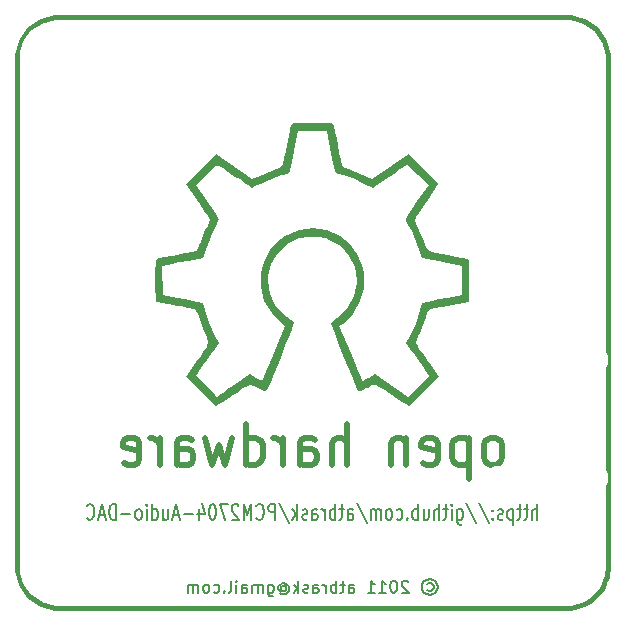
<source format=gbo>
G04 (created by PCBNEW-RS274X (2011-01-25 BZR 2758)-stable) date 2011-04-14T22:21:49 CEST*
G01*
G70*
G90*
%MOIN*%
G04 Gerber Fmt 3.4, Leading zero omitted, Abs format*
%FSLAX34Y34*%
G04 APERTURE LIST*
%ADD10C,0.006000*%
%ADD11C,0.007100*%
%ADD12C,0.005900*%
%ADD13C,0.019700*%
%ADD14C,0.015000*%
%ADD15C,0.000100*%
%ADD16R,0.080000X0.080000*%
%ADD17C,0.080000*%
%ADD18C,0.126300*%
%ADD19C,0.083000*%
%ADD20O,0.083000X0.138100*%
%ADD21O,0.138100X0.083000*%
%ADD22C,0.256200*%
G04 APERTURE END LIST*
G54D10*
G54D11*
X20190Y-19399D02*
X20190Y-18887D01*
X20021Y-19399D02*
X20021Y-19131D01*
X20040Y-19082D01*
X20078Y-19058D01*
X20134Y-19058D01*
X20171Y-19082D01*
X20190Y-19107D01*
X19890Y-19058D02*
X19740Y-19058D01*
X19834Y-18887D02*
X19834Y-19326D01*
X19815Y-19375D01*
X19778Y-19399D01*
X19740Y-19399D01*
X19665Y-19058D02*
X19515Y-19058D01*
X19609Y-18887D02*
X19609Y-19326D01*
X19590Y-19375D01*
X19553Y-19399D01*
X19515Y-19399D01*
X19384Y-19058D02*
X19384Y-19570D01*
X19384Y-19082D02*
X19347Y-19058D01*
X19272Y-19058D01*
X19234Y-19082D01*
X19215Y-19107D01*
X19197Y-19155D01*
X19197Y-19302D01*
X19215Y-19350D01*
X19234Y-19375D01*
X19272Y-19399D01*
X19347Y-19399D01*
X19384Y-19375D01*
X19047Y-19375D02*
X19009Y-19399D01*
X18934Y-19399D01*
X18897Y-19375D01*
X18878Y-19326D01*
X18878Y-19302D01*
X18897Y-19253D01*
X18934Y-19229D01*
X18991Y-19229D01*
X19028Y-19204D01*
X19047Y-19155D01*
X19047Y-19131D01*
X19028Y-19082D01*
X18991Y-19058D01*
X18934Y-19058D01*
X18897Y-19082D01*
X18709Y-19350D02*
X18690Y-19375D01*
X18709Y-19399D01*
X18728Y-19375D01*
X18709Y-19350D01*
X18709Y-19399D01*
X18709Y-19082D02*
X18690Y-19107D01*
X18709Y-19131D01*
X18728Y-19107D01*
X18709Y-19082D01*
X18709Y-19131D01*
X18240Y-18863D02*
X18577Y-19521D01*
X17827Y-18863D02*
X18164Y-19521D01*
X17526Y-19058D02*
X17526Y-19472D01*
X17545Y-19521D01*
X17564Y-19546D01*
X17601Y-19570D01*
X17658Y-19570D01*
X17695Y-19546D01*
X17526Y-19375D02*
X17564Y-19399D01*
X17639Y-19399D01*
X17676Y-19375D01*
X17695Y-19350D01*
X17714Y-19302D01*
X17714Y-19155D01*
X17695Y-19107D01*
X17676Y-19082D01*
X17639Y-19058D01*
X17564Y-19058D01*
X17526Y-19082D01*
X17339Y-19399D02*
X17339Y-19058D01*
X17339Y-18887D02*
X17358Y-18912D01*
X17339Y-18936D01*
X17320Y-18912D01*
X17339Y-18887D01*
X17339Y-18936D01*
X17207Y-19058D02*
X17057Y-19058D01*
X17151Y-18887D02*
X17151Y-19326D01*
X17132Y-19375D01*
X17095Y-19399D01*
X17057Y-19399D01*
X16926Y-19399D02*
X16926Y-18887D01*
X16757Y-19399D02*
X16757Y-19131D01*
X16776Y-19082D01*
X16814Y-19058D01*
X16870Y-19058D01*
X16907Y-19082D01*
X16926Y-19107D01*
X16401Y-19058D02*
X16401Y-19399D01*
X16570Y-19058D02*
X16570Y-19326D01*
X16551Y-19375D01*
X16514Y-19399D01*
X16458Y-19399D01*
X16420Y-19375D01*
X16401Y-19350D01*
X16214Y-19399D02*
X16214Y-18887D01*
X16214Y-19082D02*
X16177Y-19058D01*
X16102Y-19058D01*
X16064Y-19082D01*
X16045Y-19107D01*
X16027Y-19155D01*
X16027Y-19302D01*
X16045Y-19350D01*
X16064Y-19375D01*
X16102Y-19399D01*
X16177Y-19399D01*
X16214Y-19375D01*
X15858Y-19350D02*
X15839Y-19375D01*
X15858Y-19399D01*
X15877Y-19375D01*
X15858Y-19350D01*
X15858Y-19399D01*
X15501Y-19375D02*
X15539Y-19399D01*
X15614Y-19399D01*
X15651Y-19375D01*
X15670Y-19350D01*
X15689Y-19302D01*
X15689Y-19155D01*
X15670Y-19107D01*
X15651Y-19082D01*
X15614Y-19058D01*
X15539Y-19058D01*
X15501Y-19082D01*
X15276Y-19399D02*
X15313Y-19375D01*
X15332Y-19350D01*
X15351Y-19302D01*
X15351Y-19155D01*
X15332Y-19107D01*
X15313Y-19082D01*
X15276Y-19058D01*
X15220Y-19058D01*
X15182Y-19082D01*
X15163Y-19107D01*
X15145Y-19155D01*
X15145Y-19302D01*
X15163Y-19350D01*
X15182Y-19375D01*
X15220Y-19399D01*
X15276Y-19399D01*
X14976Y-19399D02*
X14976Y-19058D01*
X14976Y-19107D02*
X14957Y-19082D01*
X14920Y-19058D01*
X14864Y-19058D01*
X14826Y-19082D01*
X14807Y-19131D01*
X14807Y-19399D01*
X14807Y-19131D02*
X14789Y-19082D01*
X14751Y-19058D01*
X14695Y-19058D01*
X14657Y-19082D01*
X14638Y-19131D01*
X14638Y-19399D01*
X14170Y-18863D02*
X14507Y-19521D01*
X13869Y-19399D02*
X13869Y-19131D01*
X13888Y-19082D01*
X13926Y-19058D01*
X14001Y-19058D01*
X14038Y-19082D01*
X13869Y-19375D02*
X13907Y-19399D01*
X14001Y-19399D01*
X14038Y-19375D01*
X14057Y-19326D01*
X14057Y-19277D01*
X14038Y-19229D01*
X14001Y-19204D01*
X13907Y-19204D01*
X13869Y-19180D01*
X13738Y-19058D02*
X13588Y-19058D01*
X13682Y-18887D02*
X13682Y-19326D01*
X13663Y-19375D01*
X13626Y-19399D01*
X13588Y-19399D01*
X13457Y-19399D02*
X13457Y-18887D01*
X13457Y-19082D02*
X13420Y-19058D01*
X13345Y-19058D01*
X13307Y-19082D01*
X13288Y-19107D01*
X13270Y-19155D01*
X13270Y-19302D01*
X13288Y-19350D01*
X13307Y-19375D01*
X13345Y-19399D01*
X13420Y-19399D01*
X13457Y-19375D01*
X13101Y-19399D02*
X13101Y-19058D01*
X13101Y-19155D02*
X13082Y-19107D01*
X13064Y-19082D01*
X13026Y-19058D01*
X12989Y-19058D01*
X12688Y-19399D02*
X12688Y-19131D01*
X12707Y-19082D01*
X12745Y-19058D01*
X12820Y-19058D01*
X12857Y-19082D01*
X12688Y-19375D02*
X12726Y-19399D01*
X12820Y-19399D01*
X12857Y-19375D01*
X12876Y-19326D01*
X12876Y-19277D01*
X12857Y-19229D01*
X12820Y-19204D01*
X12726Y-19204D01*
X12688Y-19180D01*
X12520Y-19375D02*
X12482Y-19399D01*
X12407Y-19399D01*
X12370Y-19375D01*
X12351Y-19326D01*
X12351Y-19302D01*
X12370Y-19253D01*
X12407Y-19229D01*
X12464Y-19229D01*
X12501Y-19204D01*
X12520Y-19155D01*
X12520Y-19131D01*
X12501Y-19082D01*
X12464Y-19058D01*
X12407Y-19058D01*
X12370Y-19082D01*
X12182Y-19399D02*
X12182Y-18887D01*
X12145Y-19204D02*
X12032Y-19399D01*
X12032Y-19058D02*
X12182Y-19253D01*
X11582Y-18863D02*
X11919Y-19521D01*
X11450Y-19399D02*
X11450Y-18887D01*
X11300Y-18887D01*
X11263Y-18912D01*
X11244Y-18936D01*
X11225Y-18985D01*
X11225Y-19058D01*
X11244Y-19107D01*
X11263Y-19131D01*
X11300Y-19155D01*
X11450Y-19155D01*
X10831Y-19350D02*
X10850Y-19375D01*
X10906Y-19399D01*
X10944Y-19399D01*
X11000Y-19375D01*
X11037Y-19326D01*
X11056Y-19277D01*
X11075Y-19180D01*
X11075Y-19107D01*
X11056Y-19009D01*
X11037Y-18960D01*
X11000Y-18912D01*
X10944Y-18887D01*
X10906Y-18887D01*
X10850Y-18912D01*
X10831Y-18936D01*
X10662Y-19399D02*
X10662Y-18887D01*
X10531Y-19253D01*
X10400Y-18887D01*
X10400Y-19399D01*
X10231Y-18936D02*
X10212Y-18912D01*
X10175Y-18887D01*
X10081Y-18887D01*
X10043Y-18912D01*
X10025Y-18936D01*
X10006Y-18985D01*
X10006Y-19034D01*
X10025Y-19107D01*
X10250Y-19399D01*
X10006Y-19399D01*
X09875Y-18887D02*
X09612Y-18887D01*
X09781Y-19399D01*
X09387Y-18887D02*
X09350Y-18887D01*
X09312Y-18912D01*
X09293Y-18936D01*
X09275Y-18985D01*
X09256Y-19082D01*
X09256Y-19204D01*
X09275Y-19302D01*
X09293Y-19350D01*
X09312Y-19375D01*
X09350Y-19399D01*
X09387Y-19399D01*
X09425Y-19375D01*
X09443Y-19350D01*
X09462Y-19302D01*
X09481Y-19204D01*
X09481Y-19082D01*
X09462Y-18985D01*
X09443Y-18936D01*
X09425Y-18912D01*
X09387Y-18887D01*
X08918Y-19058D02*
X08918Y-19399D01*
X09012Y-18863D02*
X09106Y-19229D01*
X08862Y-19229D01*
X08712Y-19204D02*
X08412Y-19204D01*
X08243Y-19253D02*
X08055Y-19253D01*
X08280Y-19399D02*
X08149Y-18887D01*
X08018Y-19399D01*
X07717Y-19058D02*
X07717Y-19399D01*
X07886Y-19058D02*
X07886Y-19326D01*
X07867Y-19375D01*
X07830Y-19399D01*
X07774Y-19399D01*
X07736Y-19375D01*
X07717Y-19350D01*
X07361Y-19399D02*
X07361Y-18887D01*
X07361Y-19375D02*
X07399Y-19399D01*
X07474Y-19399D01*
X07511Y-19375D01*
X07530Y-19350D01*
X07549Y-19302D01*
X07549Y-19155D01*
X07530Y-19107D01*
X07511Y-19082D01*
X07474Y-19058D01*
X07399Y-19058D01*
X07361Y-19082D01*
X07174Y-19399D02*
X07174Y-19058D01*
X07174Y-18887D02*
X07193Y-18912D01*
X07174Y-18936D01*
X07155Y-18912D01*
X07174Y-18887D01*
X07174Y-18936D01*
X06930Y-19399D02*
X06967Y-19375D01*
X06986Y-19350D01*
X07005Y-19302D01*
X07005Y-19155D01*
X06986Y-19107D01*
X06967Y-19082D01*
X06930Y-19058D01*
X06874Y-19058D01*
X06836Y-19082D01*
X06817Y-19107D01*
X06799Y-19155D01*
X06799Y-19302D01*
X06817Y-19350D01*
X06836Y-19375D01*
X06874Y-19399D01*
X06930Y-19399D01*
X06630Y-19204D02*
X06330Y-19204D01*
X06142Y-19399D02*
X06142Y-18887D01*
X06048Y-18887D01*
X05992Y-18912D01*
X05955Y-18960D01*
X05936Y-19009D01*
X05917Y-19107D01*
X05917Y-19180D01*
X05936Y-19277D01*
X05955Y-19326D01*
X05992Y-19375D01*
X06048Y-19399D01*
X06142Y-19399D01*
X05767Y-19253D02*
X05579Y-19253D01*
X05804Y-19399D02*
X05673Y-18887D01*
X05542Y-19399D01*
X05185Y-19350D02*
X05204Y-19375D01*
X05260Y-19399D01*
X05298Y-19399D01*
X05354Y-19375D01*
X05391Y-19326D01*
X05410Y-19277D01*
X05429Y-19180D01*
X05429Y-19107D01*
X05410Y-19009D01*
X05391Y-18960D01*
X05354Y-18912D01*
X05298Y-18887D01*
X05260Y-18887D01*
X05204Y-18912D01*
X05185Y-18936D01*
G54D12*
X16531Y-21532D02*
X16569Y-21514D01*
X16644Y-21514D01*
X16681Y-21532D01*
X16719Y-21570D01*
X16738Y-21607D01*
X16738Y-21682D01*
X16719Y-21720D01*
X16681Y-21757D01*
X16644Y-21776D01*
X16569Y-21776D01*
X16531Y-21757D01*
X16606Y-21382D02*
X16700Y-21401D01*
X16794Y-21457D01*
X16850Y-21551D01*
X16869Y-21645D01*
X16850Y-21739D01*
X16794Y-21832D01*
X16700Y-21889D01*
X16606Y-21908D01*
X16512Y-21889D01*
X16419Y-21832D01*
X16362Y-21739D01*
X16344Y-21645D01*
X16362Y-21551D01*
X16419Y-21457D01*
X16512Y-21401D01*
X16606Y-21382D01*
X15894Y-21476D02*
X15875Y-21457D01*
X15838Y-21438D01*
X15744Y-21438D01*
X15706Y-21457D01*
X15688Y-21476D01*
X15669Y-21514D01*
X15669Y-21551D01*
X15688Y-21607D01*
X15913Y-21832D01*
X15669Y-21832D01*
X15425Y-21438D02*
X15388Y-21438D01*
X15350Y-21457D01*
X15331Y-21476D01*
X15313Y-21514D01*
X15294Y-21589D01*
X15294Y-21682D01*
X15313Y-21757D01*
X15331Y-21795D01*
X15350Y-21814D01*
X15388Y-21832D01*
X15425Y-21832D01*
X15463Y-21814D01*
X15481Y-21795D01*
X15500Y-21757D01*
X15519Y-21682D01*
X15519Y-21589D01*
X15500Y-21514D01*
X15481Y-21476D01*
X15463Y-21457D01*
X15425Y-21438D01*
X14919Y-21832D02*
X15144Y-21832D01*
X15031Y-21832D02*
X15031Y-21438D01*
X15069Y-21495D01*
X15106Y-21532D01*
X15144Y-21551D01*
X14544Y-21832D02*
X14769Y-21832D01*
X14656Y-21832D02*
X14656Y-21438D01*
X14694Y-21495D01*
X14731Y-21532D01*
X14769Y-21551D01*
X13906Y-21832D02*
X13906Y-21626D01*
X13925Y-21589D01*
X13963Y-21570D01*
X14038Y-21570D01*
X14075Y-21589D01*
X13906Y-21814D02*
X13944Y-21832D01*
X14038Y-21832D01*
X14075Y-21814D01*
X14094Y-21776D01*
X14094Y-21739D01*
X14075Y-21701D01*
X14038Y-21682D01*
X13944Y-21682D01*
X13906Y-21664D01*
X13775Y-21570D02*
X13625Y-21570D01*
X13719Y-21438D02*
X13719Y-21776D01*
X13700Y-21814D01*
X13663Y-21832D01*
X13625Y-21832D01*
X13494Y-21832D02*
X13494Y-21438D01*
X13494Y-21589D02*
X13457Y-21570D01*
X13382Y-21570D01*
X13344Y-21589D01*
X13325Y-21607D01*
X13307Y-21645D01*
X13307Y-21757D01*
X13325Y-21795D01*
X13344Y-21814D01*
X13382Y-21832D01*
X13457Y-21832D01*
X13494Y-21814D01*
X13138Y-21832D02*
X13138Y-21570D01*
X13138Y-21645D02*
X13119Y-21607D01*
X13101Y-21589D01*
X13063Y-21570D01*
X13026Y-21570D01*
X12725Y-21832D02*
X12725Y-21626D01*
X12744Y-21589D01*
X12782Y-21570D01*
X12857Y-21570D01*
X12894Y-21589D01*
X12725Y-21814D02*
X12763Y-21832D01*
X12857Y-21832D01*
X12894Y-21814D01*
X12913Y-21776D01*
X12913Y-21739D01*
X12894Y-21701D01*
X12857Y-21682D01*
X12763Y-21682D01*
X12725Y-21664D01*
X12557Y-21814D02*
X12519Y-21832D01*
X12444Y-21832D01*
X12407Y-21814D01*
X12388Y-21776D01*
X12388Y-21757D01*
X12407Y-21720D01*
X12444Y-21701D01*
X12501Y-21701D01*
X12538Y-21682D01*
X12557Y-21645D01*
X12557Y-21626D01*
X12538Y-21589D01*
X12501Y-21570D01*
X12444Y-21570D01*
X12407Y-21589D01*
X12219Y-21832D02*
X12219Y-21438D01*
X12182Y-21682D02*
X12069Y-21832D01*
X12069Y-21570D02*
X12219Y-21720D01*
X11656Y-21645D02*
X11675Y-21626D01*
X11713Y-21607D01*
X11750Y-21607D01*
X11788Y-21626D01*
X11806Y-21645D01*
X11825Y-21682D01*
X11825Y-21720D01*
X11806Y-21757D01*
X11788Y-21776D01*
X11750Y-21795D01*
X11713Y-21795D01*
X11675Y-21776D01*
X11656Y-21757D01*
X11656Y-21607D02*
X11656Y-21757D01*
X11638Y-21776D01*
X11619Y-21776D01*
X11581Y-21757D01*
X11562Y-21720D01*
X11562Y-21626D01*
X11600Y-21570D01*
X11656Y-21532D01*
X11731Y-21514D01*
X11806Y-21532D01*
X11863Y-21570D01*
X11900Y-21626D01*
X11919Y-21701D01*
X11900Y-21776D01*
X11863Y-21832D01*
X11806Y-21870D01*
X11731Y-21889D01*
X11656Y-21870D01*
X11600Y-21832D01*
X11224Y-21570D02*
X11224Y-21889D01*
X11243Y-21926D01*
X11262Y-21945D01*
X11299Y-21964D01*
X11356Y-21964D01*
X11393Y-21945D01*
X11224Y-21814D02*
X11262Y-21832D01*
X11337Y-21832D01*
X11374Y-21814D01*
X11393Y-21795D01*
X11412Y-21757D01*
X11412Y-21645D01*
X11393Y-21607D01*
X11374Y-21589D01*
X11337Y-21570D01*
X11262Y-21570D01*
X11224Y-21589D01*
X11037Y-21832D02*
X11037Y-21570D01*
X11037Y-21607D02*
X11018Y-21589D01*
X10981Y-21570D01*
X10925Y-21570D01*
X10887Y-21589D01*
X10868Y-21626D01*
X10868Y-21832D01*
X10868Y-21626D02*
X10850Y-21589D01*
X10812Y-21570D01*
X10756Y-21570D01*
X10718Y-21589D01*
X10699Y-21626D01*
X10699Y-21832D01*
X10343Y-21832D02*
X10343Y-21626D01*
X10362Y-21589D01*
X10400Y-21570D01*
X10475Y-21570D01*
X10512Y-21589D01*
X10343Y-21814D02*
X10381Y-21832D01*
X10475Y-21832D01*
X10512Y-21814D01*
X10531Y-21776D01*
X10531Y-21739D01*
X10512Y-21701D01*
X10475Y-21682D01*
X10381Y-21682D01*
X10343Y-21664D01*
X10156Y-21832D02*
X10156Y-21570D01*
X10156Y-21438D02*
X10175Y-21457D01*
X10156Y-21476D01*
X10137Y-21457D01*
X10156Y-21438D01*
X10156Y-21476D01*
X09912Y-21832D02*
X09949Y-21814D01*
X09968Y-21776D01*
X09968Y-21438D01*
X09762Y-21795D02*
X09743Y-21814D01*
X09762Y-21832D01*
X09781Y-21814D01*
X09762Y-21795D01*
X09762Y-21832D01*
X09405Y-21814D02*
X09443Y-21832D01*
X09518Y-21832D01*
X09555Y-21814D01*
X09574Y-21795D01*
X09593Y-21757D01*
X09593Y-21645D01*
X09574Y-21607D01*
X09555Y-21589D01*
X09518Y-21570D01*
X09443Y-21570D01*
X09405Y-21589D01*
X09180Y-21832D02*
X09217Y-21814D01*
X09236Y-21795D01*
X09255Y-21757D01*
X09255Y-21645D01*
X09236Y-21607D01*
X09217Y-21589D01*
X09180Y-21570D01*
X09124Y-21570D01*
X09086Y-21589D01*
X09067Y-21607D01*
X09049Y-21645D01*
X09049Y-21757D01*
X09067Y-21795D01*
X09086Y-21814D01*
X09124Y-21832D01*
X09180Y-21832D01*
X08880Y-21832D02*
X08880Y-21570D01*
X08880Y-21607D02*
X08861Y-21589D01*
X08824Y-21570D01*
X08768Y-21570D01*
X08730Y-21589D01*
X08711Y-21626D01*
X08711Y-21832D01*
X08711Y-21626D02*
X08693Y-21589D01*
X08655Y-21570D01*
X08599Y-21570D01*
X08561Y-21589D01*
X08542Y-21626D01*
X08542Y-21832D01*
G54D13*
X18800Y-17585D02*
X18913Y-17519D01*
X18969Y-17454D01*
X19025Y-17322D01*
X19025Y-16929D01*
X18969Y-16797D01*
X18913Y-16732D01*
X18800Y-16666D01*
X18631Y-16666D01*
X18519Y-16732D01*
X18463Y-16797D01*
X18406Y-16929D01*
X18406Y-17322D01*
X18463Y-17454D01*
X18519Y-17519D01*
X18631Y-17585D01*
X18800Y-17585D01*
X17900Y-16666D02*
X17900Y-18044D01*
X17900Y-16732D02*
X17787Y-16666D01*
X17562Y-16666D01*
X17450Y-16732D01*
X17394Y-16797D01*
X17337Y-16929D01*
X17337Y-17322D01*
X17394Y-17454D01*
X17450Y-17519D01*
X17562Y-17585D01*
X17787Y-17585D01*
X17900Y-17519D01*
X16381Y-17519D02*
X16493Y-17585D01*
X16718Y-17585D01*
X16831Y-17519D01*
X16887Y-17388D01*
X16887Y-16863D01*
X16831Y-16732D01*
X16718Y-16666D01*
X16493Y-16666D01*
X16381Y-16732D01*
X16325Y-16863D01*
X16325Y-16994D01*
X16887Y-17125D01*
X15819Y-16666D02*
X15819Y-17585D01*
X15819Y-16797D02*
X15763Y-16732D01*
X15650Y-16666D01*
X15481Y-16666D01*
X15369Y-16732D01*
X15313Y-16863D01*
X15313Y-17585D01*
X13850Y-17585D02*
X13850Y-16207D01*
X13344Y-17585D02*
X13344Y-16863D01*
X13400Y-16732D01*
X13512Y-16666D01*
X13681Y-16666D01*
X13794Y-16732D01*
X13850Y-16797D01*
X12275Y-17585D02*
X12275Y-16863D01*
X12331Y-16732D01*
X12443Y-16666D01*
X12668Y-16666D01*
X12781Y-16732D01*
X12275Y-17519D02*
X12387Y-17585D01*
X12668Y-17585D01*
X12781Y-17519D01*
X12837Y-17388D01*
X12837Y-17257D01*
X12781Y-17125D01*
X12668Y-17060D01*
X12387Y-17060D01*
X12275Y-16994D01*
X11712Y-17585D02*
X11712Y-16666D01*
X11712Y-16929D02*
X11656Y-16797D01*
X11599Y-16732D01*
X11487Y-16666D01*
X11374Y-16666D01*
X10475Y-17585D02*
X10475Y-16207D01*
X10475Y-17519D02*
X10587Y-17585D01*
X10812Y-17585D01*
X10925Y-17519D01*
X10981Y-17454D01*
X11037Y-17322D01*
X11037Y-16929D01*
X10981Y-16797D01*
X10925Y-16732D01*
X10812Y-16666D01*
X10587Y-16666D01*
X10475Y-16732D01*
X10024Y-16666D02*
X09799Y-17585D01*
X09574Y-16929D01*
X09349Y-17585D01*
X09124Y-16666D01*
X08169Y-17585D02*
X08169Y-16863D01*
X08225Y-16732D01*
X08337Y-16666D01*
X08562Y-16666D01*
X08675Y-16732D01*
X08169Y-17519D02*
X08281Y-17585D01*
X08562Y-17585D01*
X08675Y-17519D01*
X08731Y-17388D01*
X08731Y-17257D01*
X08675Y-17125D01*
X08562Y-17060D01*
X08281Y-17060D01*
X08169Y-16994D01*
X07606Y-17585D02*
X07606Y-16666D01*
X07606Y-16929D02*
X07550Y-16797D01*
X07493Y-16732D01*
X07381Y-16666D01*
X07268Y-16666D01*
X06425Y-17519D02*
X06537Y-17585D01*
X06762Y-17585D01*
X06875Y-17519D01*
X06931Y-17388D01*
X06931Y-16863D01*
X06875Y-16732D01*
X06762Y-16666D01*
X06537Y-16666D01*
X06425Y-16732D01*
X06369Y-16863D01*
X06369Y-16994D01*
X06931Y-17125D01*
G54D14*
X04232Y-02657D02*
X21161Y-02657D01*
X02854Y-20964D02*
X02854Y-04035D01*
X21063Y-22342D02*
X04232Y-22342D01*
X21063Y-22341D02*
X21182Y-22344D01*
X21302Y-22337D01*
X21422Y-22320D01*
X21539Y-22292D01*
X21653Y-22254D01*
X21764Y-22206D01*
X21870Y-22148D01*
X21970Y-22082D01*
X22065Y-22007D01*
X22152Y-21925D01*
X22232Y-21834D01*
X22304Y-21738D01*
X22367Y-21635D01*
X22421Y-21527D01*
X22465Y-21415D01*
X22500Y-21300D01*
X22524Y-21182D01*
X22538Y-21062D01*
X22539Y-04035D02*
X22539Y-21063D01*
X22539Y-04035D02*
X22533Y-03915D01*
X22518Y-03796D01*
X22492Y-03679D01*
X22455Y-03564D01*
X22409Y-03453D01*
X22354Y-03347D01*
X22289Y-03245D01*
X22216Y-03150D01*
X22135Y-03061D01*
X22046Y-02980D01*
X21951Y-02907D01*
X21850Y-02842D01*
X21743Y-02787D01*
X21632Y-02741D01*
X21517Y-02704D01*
X21400Y-02678D01*
X21281Y-02663D01*
X21161Y-02657D01*
X04232Y-02657D02*
X04112Y-02663D01*
X03993Y-02678D01*
X03876Y-02704D01*
X03761Y-02741D01*
X03650Y-02787D01*
X03544Y-02842D01*
X03442Y-02907D01*
X03347Y-02980D01*
X03258Y-03061D01*
X03177Y-03150D01*
X03104Y-03245D01*
X03039Y-03347D01*
X02984Y-03453D01*
X02938Y-03564D01*
X02901Y-03679D01*
X02875Y-03796D01*
X02860Y-03915D01*
X02854Y-04035D01*
X02854Y-20964D02*
X02860Y-21084D01*
X02875Y-21203D01*
X02901Y-21320D01*
X02938Y-21435D01*
X02984Y-21546D01*
X03039Y-21652D01*
X03104Y-21754D01*
X03177Y-21849D01*
X03258Y-21938D01*
X03347Y-22019D01*
X03442Y-22092D01*
X03544Y-22157D01*
X03650Y-22212D01*
X03761Y-22258D01*
X03876Y-22295D01*
X03993Y-22321D01*
X04112Y-22336D01*
X04232Y-22342D01*
G54D15*
G36*
X15903Y-15600D02*
X15938Y-15578D01*
X16052Y-15480D01*
X16222Y-15320D01*
X16426Y-15118D01*
X16903Y-14637D01*
X16578Y-14160D01*
X16519Y-14073D01*
X16375Y-13864D01*
X16266Y-13708D01*
X16213Y-13633D01*
X16200Y-13616D01*
X16159Y-13522D01*
X16177Y-13401D01*
X16260Y-13210D01*
X16274Y-13181D01*
X16383Y-12927D01*
X16477Y-12676D01*
X16485Y-12651D01*
X16562Y-12464D01*
X16624Y-12387D01*
X16640Y-12383D01*
X16763Y-12358D01*
X16971Y-12317D01*
X17230Y-12268D01*
X17315Y-12252D01*
X17566Y-12205D01*
X17758Y-12168D01*
X17855Y-12149D01*
X17877Y-12143D01*
X17903Y-12122D01*
X17918Y-12064D01*
X17926Y-11946D01*
X17929Y-11744D01*
X17930Y-11432D01*
X17928Y-11098D01*
X17921Y-10880D01*
X17908Y-10759D01*
X17888Y-10716D01*
X17856Y-10708D01*
X17714Y-10679D01*
X17490Y-10636D01*
X17214Y-10584D01*
X17050Y-10552D01*
X16801Y-10499D01*
X16621Y-10455D01*
X16543Y-10425D01*
X16536Y-10417D01*
X16484Y-10314D01*
X16420Y-10150D01*
X16413Y-10131D01*
X16321Y-09900D01*
X16218Y-09671D01*
X16154Y-09532D01*
X16122Y-09423D01*
X16136Y-09354D01*
X16157Y-09319D01*
X16243Y-09187D01*
X16376Y-08988D01*
X16536Y-08752D01*
X16899Y-08219D01*
X15904Y-07225D01*
X14696Y-08047D01*
X14443Y-07932D01*
X14206Y-07833D01*
X13974Y-07745D01*
X13935Y-07731D01*
X13780Y-07668D01*
X13698Y-07620D01*
X13683Y-07579D01*
X13645Y-07428D01*
X13596Y-07196D01*
X13542Y-06913D01*
X13505Y-06721D01*
X13454Y-06469D01*
X13413Y-06288D01*
X13388Y-06209D01*
X13355Y-06193D01*
X13239Y-06178D01*
X13026Y-06170D01*
X12697Y-06167D01*
X12448Y-06168D01*
X12204Y-06175D01*
X12062Y-06188D01*
X12006Y-06209D01*
X11992Y-06249D01*
X11955Y-06399D01*
X11907Y-06631D01*
X11852Y-06913D01*
X11816Y-07106D01*
X11764Y-07358D01*
X11722Y-07539D01*
X11695Y-07620D01*
X11687Y-07627D01*
X11585Y-07681D01*
X11420Y-07745D01*
X11409Y-07749D01*
X11173Y-07838D01*
X10939Y-07937D01*
X10698Y-08047D01*
X09490Y-07225D01*
X08495Y-08219D01*
X08858Y-08752D01*
X08950Y-08888D01*
X09097Y-09106D01*
X09206Y-09271D01*
X09258Y-09354D01*
X09272Y-09405D01*
X09251Y-09501D01*
X09176Y-09671D01*
X09166Y-09692D01*
X09063Y-09926D01*
X08974Y-10150D01*
X08962Y-10183D01*
X08898Y-10340D01*
X08851Y-10425D01*
X08820Y-10440D01*
X08679Y-10479D01*
X08455Y-10530D01*
X08180Y-10584D01*
X08015Y-10615D01*
X07765Y-10662D01*
X07585Y-10698D01*
X07506Y-10716D01*
X07486Y-10758D01*
X07473Y-10879D01*
X07466Y-11097D01*
X07464Y-11431D01*
X07464Y-11461D01*
X07465Y-11765D01*
X07470Y-11961D01*
X07479Y-12074D01*
X07496Y-12127D01*
X07522Y-12145D01*
X07549Y-12152D01*
X07687Y-12179D01*
X07907Y-12221D01*
X08177Y-12272D01*
X08308Y-12296D01*
X08556Y-12349D01*
X08737Y-12395D01*
X08818Y-12426D01*
X08825Y-12435D01*
X08876Y-12541D01*
X08934Y-12709D01*
X09017Y-12944D01*
X09118Y-13174D01*
X09183Y-13318D01*
X09228Y-13506D01*
X09186Y-13630D01*
X09173Y-13647D01*
X09094Y-13757D01*
X08968Y-13938D01*
X08816Y-14160D01*
X08491Y-14637D01*
X08968Y-15118D01*
X09110Y-15260D01*
X09293Y-15435D01*
X09427Y-15555D01*
X09491Y-15600D01*
X09516Y-15590D01*
X09634Y-15521D01*
X09820Y-15402D01*
X10048Y-15250D01*
X10169Y-15168D01*
X10381Y-15030D01*
X10538Y-14935D01*
X10613Y-14900D01*
X10627Y-14902D01*
X10736Y-14944D01*
X10897Y-15025D01*
X11075Y-15109D01*
X11158Y-15116D01*
X11164Y-15106D01*
X11215Y-15001D01*
X11300Y-14806D01*
X11411Y-14545D01*
X11537Y-14240D01*
X11669Y-13916D01*
X11798Y-13597D01*
X11913Y-13306D01*
X12005Y-13067D01*
X12065Y-12904D01*
X12083Y-12839D01*
X12072Y-12829D01*
X11982Y-12759D01*
X11839Y-12649D01*
X11763Y-12589D01*
X11463Y-12259D01*
X11283Y-11872D01*
X11224Y-11429D01*
X11230Y-11290D01*
X11332Y-10868D01*
X11545Y-10505D01*
X11859Y-10216D01*
X12261Y-10018D01*
X12288Y-10010D01*
X12562Y-09967D01*
X12869Y-09970D01*
X13133Y-10018D01*
X13266Y-10068D01*
X13642Y-10296D01*
X13926Y-10610D01*
X14106Y-10993D01*
X14170Y-11429D01*
X14168Y-11523D01*
X14084Y-11955D01*
X13880Y-12331D01*
X13555Y-12649D01*
X13503Y-12689D01*
X13374Y-12788D01*
X13311Y-12840D01*
X13311Y-12847D01*
X13342Y-12942D01*
X13412Y-13130D01*
X13512Y-13387D01*
X13632Y-13688D01*
X13763Y-14011D01*
X13894Y-14331D01*
X14017Y-14626D01*
X14121Y-14871D01*
X14197Y-15042D01*
X14236Y-15116D01*
X14317Y-15110D01*
X14497Y-15025D01*
X14541Y-15002D01*
X14693Y-14929D01*
X14781Y-14900D01*
X14808Y-14909D01*
X14928Y-14977D01*
X15117Y-15096D01*
X15346Y-15250D01*
X15467Y-15332D01*
X15677Y-15469D01*
X15831Y-15564D01*
X15872Y-15584D01*
X15872Y-15307D01*
X14790Y-14562D01*
X14589Y-14682D01*
X14563Y-14697D01*
X14432Y-14765D01*
X14369Y-14783D01*
X14361Y-14768D01*
X14310Y-14655D01*
X14223Y-14451D01*
X14107Y-14177D01*
X13974Y-13857D01*
X13598Y-12949D01*
X13705Y-12867D01*
X14047Y-12532D01*
X14292Y-12124D01*
X14422Y-11671D01*
X14427Y-11194D01*
X14364Y-10919D01*
X14182Y-10536D01*
X13918Y-10195D01*
X13602Y-09942D01*
X13173Y-09757D01*
X12707Y-09689D01*
X12242Y-09751D01*
X11792Y-09942D01*
X11564Y-10110D01*
X11282Y-10429D01*
X11074Y-10805D01*
X10967Y-11194D01*
X10971Y-11661D01*
X11099Y-12116D01*
X11341Y-12524D01*
X11689Y-12867D01*
X11796Y-12949D01*
X11420Y-13857D01*
X11359Y-14005D01*
X11232Y-14307D01*
X11128Y-14552D01*
X11056Y-14718D01*
X11025Y-14783D01*
X11021Y-14784D01*
X10943Y-14757D01*
X10805Y-14682D01*
X10604Y-14562D01*
X10069Y-14931D01*
X09922Y-15031D01*
X09720Y-15170D01*
X09578Y-15264D01*
X09523Y-15300D01*
X09521Y-15299D01*
X09461Y-15243D01*
X09335Y-15120D01*
X09167Y-14952D01*
X08821Y-14605D01*
X09060Y-14253D01*
X09173Y-14088D01*
X09323Y-13869D01*
X09436Y-13704D01*
X09572Y-13507D01*
X09448Y-13286D01*
X09251Y-12861D01*
X09100Y-12400D01*
X09044Y-12184D01*
X08862Y-12143D01*
X08702Y-12109D01*
X08464Y-12061D01*
X08197Y-12009D01*
X07714Y-11917D01*
X07696Y-10940D01*
X07855Y-10907D01*
X07870Y-10904D01*
X08028Y-10873D01*
X08265Y-10829D01*
X08536Y-10780D01*
X09057Y-10686D01*
X09180Y-10312D01*
X09233Y-10165D01*
X09344Y-09897D01*
X09451Y-09679D01*
X09492Y-09604D01*
X09562Y-09455D01*
X09583Y-09376D01*
X09564Y-09345D01*
X09484Y-09221D01*
X09355Y-09029D01*
X09194Y-08796D01*
X08823Y-08259D01*
X09168Y-07913D01*
X09193Y-07888D01*
X09362Y-07728D01*
X09492Y-07618D01*
X09556Y-07583D01*
X09586Y-07600D01*
X09708Y-07679D01*
X09898Y-07807D01*
X10130Y-07966D01*
X10272Y-08064D01*
X10477Y-08203D01*
X10622Y-08298D01*
X10682Y-08334D01*
X10722Y-08318D01*
X10854Y-08258D01*
X11042Y-08168D01*
X11169Y-08108D01*
X11428Y-08002D01*
X11647Y-07927D01*
X11712Y-07909D01*
X11861Y-07866D01*
X11926Y-07845D01*
X11928Y-07843D01*
X11948Y-07774D01*
X11985Y-07605D01*
X12039Y-07326D01*
X12115Y-06925D01*
X12206Y-06434D01*
X13188Y-06434D01*
X13294Y-07003D01*
X13365Y-07382D01*
X13417Y-07642D01*
X13450Y-07793D01*
X13468Y-07845D01*
X13479Y-07850D01*
X13579Y-07880D01*
X13747Y-07927D01*
X13854Y-07961D01*
X14104Y-08057D01*
X14352Y-08168D01*
X14497Y-08238D01*
X14645Y-08307D01*
X14710Y-08334D01*
X14735Y-08320D01*
X14850Y-08246D01*
X15034Y-08123D01*
X15264Y-07966D01*
X15406Y-07868D01*
X15617Y-07725D01*
X15770Y-07624D01*
X15839Y-07582D01*
X15843Y-07582D01*
X15917Y-07629D01*
X16053Y-07747D01*
X16226Y-07913D01*
X16571Y-08259D01*
X16199Y-08796D01*
X16099Y-08941D01*
X15956Y-09152D01*
X15854Y-09306D01*
X15811Y-09376D01*
X15813Y-09399D01*
X15857Y-09514D01*
X15943Y-09679D01*
X16003Y-09794D01*
X16116Y-10051D01*
X16214Y-10312D01*
X16337Y-10686D01*
X16903Y-10788D01*
X17171Y-10837D01*
X17398Y-10879D01*
X17539Y-10907D01*
X17698Y-10940D01*
X17680Y-11917D01*
X17197Y-12009D01*
X16924Y-12062D01*
X16688Y-12110D01*
X16532Y-12143D01*
X16350Y-12184D01*
X16294Y-12400D01*
X16292Y-12411D01*
X16139Y-12871D01*
X15941Y-13294D01*
X15822Y-13507D01*
X15958Y-13704D01*
X16038Y-13820D01*
X16182Y-14030D01*
X16334Y-14253D01*
X16574Y-14605D01*
X15872Y-15307D01*
X15872Y-15584D01*
X15903Y-15600D01*
X15903Y-15600D01*
G37*
%LPC*%
G54D16*
X20267Y-11023D03*
G54D17*
X21267Y-11023D03*
G54D16*
X20267Y-07267D03*
G54D17*
X21267Y-07267D03*
X20267Y-08267D03*
X21267Y-08267D03*
X20267Y-09267D03*
X21267Y-09267D03*
X06279Y-09653D03*
X06279Y-08653D03*
X05492Y-08653D03*
X05492Y-09653D03*
G54D18*
X04429Y-11515D03*
X04429Y-06791D03*
G54D19*
X22145Y-18012D03*
X21161Y-18012D03*
X22145Y-14074D03*
X21161Y-14074D03*
X19192Y-16043D03*
G54D20*
X21161Y-16043D03*
G54D21*
X19192Y-18012D03*
X19192Y-14074D03*
G54D22*
X04232Y-04035D03*
X21161Y-04035D03*
X04232Y-20964D03*
X21161Y-20964D03*
M02*

</source>
